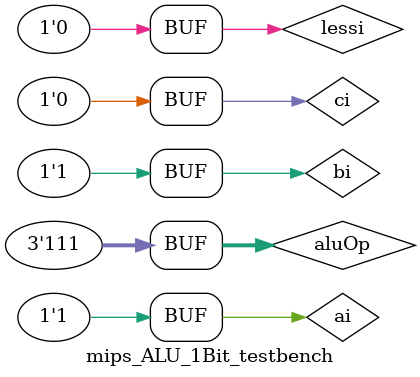
<source format=v>
module mips_ALU_1Bit_testbench();
	reg ai, bi, ci;
	reg [2:0] aluOp;
	reg lessi;
	wire ri, ci_1;


   mips_ALU_1Bit test(bi, aluOp, ai, ci,lessi, ri, ci_1);

	
	initial begin
	//and

	ai =1; bi = 1; ci = 0;
	aluOp[2] = 0; aluOp[1] = 0; aluOp[0] = 0; 
	lessi = 0;
	
	#1;
	
	ai =0; bi = 0; ci = 0;
	aluOp[2] = 0; aluOp[1] = 0; aluOp[0] = 0; 
	lessi = 0;
	
	#1;
	
	ai =1; bi = 0; ci = 0;
	aluOp[2] = 0; aluOp[1] = 0; aluOp[0] = 0; 
	lessi = 0;


	#1
	//or
	ai =1; bi = 1; ci = 0;
	aluOp[2] = 0; aluOp[1] = 0; aluOp[0] = 1; 
	lessi = 0;
	
	#1;
	
	ai =0; bi = 0; ci = 0;
	aluOp[2] = 0; aluOp[1] = 0; aluOp[0] = 1; 
	lessi = 0;
	
	#1;
	
	ai =1; bi = 0; ci = 0;
	aluOp[2] = 0; aluOp[1] = 0; aluOp[0] = 1; 
	lessi = 0;

	#1;
	
	ai = 1; bi = 0; ci = 1;
	aluOp[2] = 0; aluOp[1] = 0; aluOp[0] = 1; 
	lessi = 0;
	
	
	//add
	#1;
	
	ai =0; bi = 0; ci = 0;
	aluOp[2] = 0; aluOp[1] = 1; aluOp[0] = 0; 
	lessi = 0;

	#1;
	
	ai = 1; bi = 0; ci = 0;
	aluOp[2] = 0; aluOp[1] = 1; aluOp[0] = 0; 
	lessi = 0;

	#1;
	
	ai =0; bi = 1; ci = 0;
	aluOp[2] = 0; aluOp[1] = 1; aluOp[0] = 0; 
	lessi = 0;

	#1;
	ai =1; bi = 1; ci = 0;
	aluOp[2] = 0; aluOp[1] = 1; aluOp[0] = 0; 
	lessi = 0;

	#1;
	ai =1; bi = 1; ci = 1;
	aluOp[2] = 0; aluOp[1] = 1; aluOp[0] = 0; 
	lessi = 0;

	#1;
	
	ai = 1; bi = 0; ci = 1;
	aluOp[2] = 0; aluOp[1] = 1; aluOp[0] = 0; 
	lessi = 0;
	
	#1;
	
	ai = 0; bi = 1; ci = 1;
	aluOp[2] = 0; aluOp[1] = 1; aluOp[0] = 0; 
	lessi = 0;
	
	//sustract
	#1;
	
	ai =0; bi = 0; ci = 1;
	aluOp[2] = 1; aluOp[1] = 1; aluOp[0] = 0; 
	lessi = 0;

	#1;
	ai =0; bi = 1; ci = 1;
	aluOp[2] = 1; aluOp[1] = 1; aluOp[0] = 0; 
	lessi = 0;

	#1;
	ai =1; bi = 1; ci = 1;
	aluOp[2] = 1; aluOp[1] = 1; aluOp[0] = 0; 
	lessi = 0;

	#1;
	
	ai = 1; bi = 0; ci = 1;
	aluOp[2] = 1; aluOp[1] = 1; aluOp[0] = 0; 
	lessi = 0;
	
	
	//set on less than
	#1;
	
	ai =0; bi = 0; ci = 0;
	aluOp[2] = 1; aluOp[1] = 1; aluOp[0] = 1; 
	lessi = 0;

	#1;
	ai =0; bi = 1; ci = 0;
	aluOp[2] = 1; aluOp[1] = 1; aluOp[0] = 1; 
	lessi = 0;

	#1;
	ai =1; bi = 0; ci = 0;
	aluOp[2] = 1; aluOp[1] = 1; aluOp[0] = 1; 
	lessi = 0;

	#1;
	ai = 1; bi = 1; ci = 0;
	aluOp[2] = 1; aluOp[1] = 1; aluOp[0] = 1; 
	lessi = 0;
	

	end
	
	initial begin
	$monitor("aluOp =>%3b ai=%1b, bi=%1b, ci=%1b, result=%1b, carry_out=%1b, lessi=%1b",aluOp,	ai, bi, ci, ri, ci_1, lessi);
	end
	
	
endmodule
</source>
